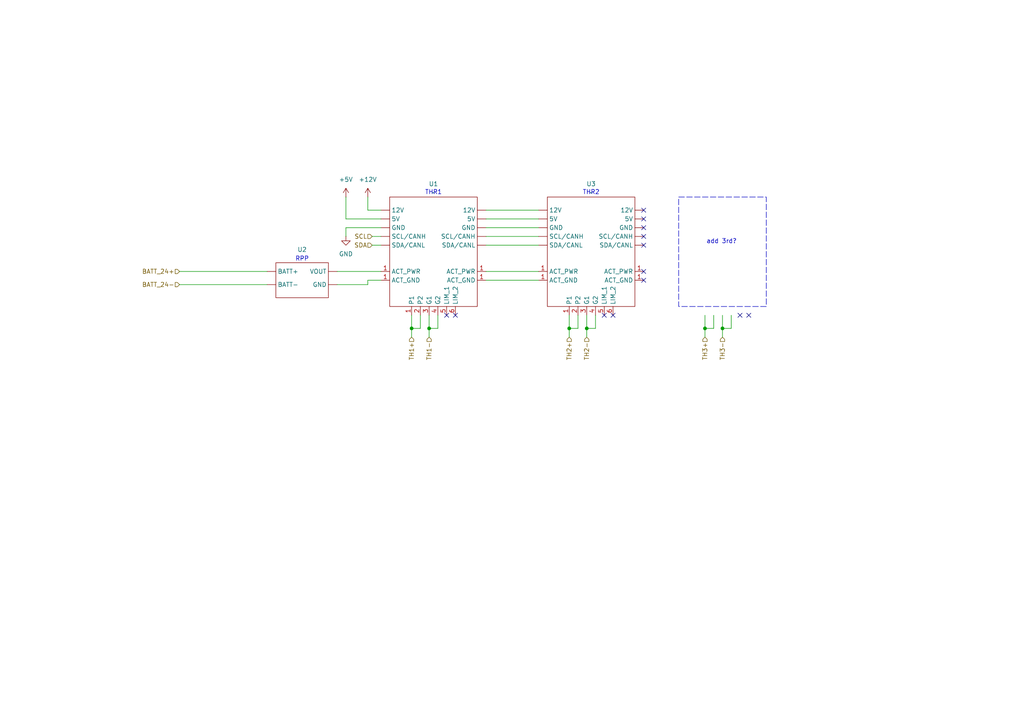
<source format=kicad_sch>
(kicad_sch (version 20231120) (generator "eeschema") (generator_version "8.0")
  (paper "A4")
  (lib_symbols
    (symbol "automedon:RLCS_RELAY"
      (property "Reference" "U" (at 0 0 0))
      (symbol "RLCS_RELAY_0_1"
        (rectangle (start -12.7 -1.27) (end 12.7 -33.02))
      )
      (symbol "RLCS_RELAY_1_1"
        (pin power_out line (at -15.24 -5.08 0) (length 2.54) (name "12V") (number ""))
        (pin power_out line (at 15.24 -5.08 180) (length 2.54) (name "12V") (number ""))
        (pin power_out line (at -15.24 -7.62 0) (length 2.54) (name "5V") (number ""))
        (pin power_out line (at 15.24 -7.62 180) (length 2.54) (name "5V") (number ""))
        (pin power_out line (at -15.24 -10.16 0) (length 2.54) (name "GND") (number ""))
        (pin power_out line (at 15.24 -10.16 180) (length 2.54) (name "GND") (number ""))
        (pin power_out line (at -15.24 -12.7 0) (length 2.54) (name "SCL/CANH") (number ""))
        (pin power_out line (at 15.24 -12.7 180) (length 2.54) (name "SCL/CANH") (number ""))
        (pin power_out line (at -15.24 -15.24 0) (length 2.54) (name "SDA/CANL") (number ""))
        (pin power_out line (at 15.24 -15.24 180) (length 2.54) (name "SDA/CANL") (number ""))
        (pin power_out line (at -15.24 -25.4 0) (length 2.54) (name "ACT_GND") (number "1"))
        (pin power_out line (at 15.24 -25.4 180) (length 2.54) (name "ACT_GND") (number "1"))
        (pin power_out line (at -15.24 -22.86 0) (length 2.54) (name "ACT_PWR") (number "1"))
        (pin power_out line (at 15.24 -22.86 180) (length 2.54) (name "ACT_PWR") (number "1"))
        (pin power_out line (at -6.35 -35.56 90) (length 2.54) (name "P1") (number "1"))
        (pin power_out line (at -3.81 -35.56 90) (length 2.54) (name "P2") (number "2"))
        (pin power_out line (at -1.27 -35.56 90) (length 2.54) (name "G1") (number "3"))
        (pin power_out line (at 1.27 -35.56 90) (length 2.54) (name "G2") (number "4"))
        (pin power_out line (at 3.81 -35.56 90) (length 2.54) (name "LIM_1") (number "5"))
        (pin power_out line (at 6.35 -35.56 90) (length 2.54) (name "LIM_2") (number "6"))
      )
    )
    (symbol "automedon:RPP"
      (property "Reference" "U" (at 0 0 0))
      (symbol "RPP_0_1"
        (rectangle (start -7.62 -2.54) (end 7.62 -12.7))
      )
      (symbol "RPP_1_1"
        (pin power_out line (at -10.16 -5.08 0) (length 2.54) (name "BATT+") (number ""))
        (pin power_out line (at -10.16 -8.89 0) (length 2.54) (name "BATT-") (number ""))
        (pin power_out line (at 10.16 -8.89 180) (length 2.54) (name "GND") (number ""))
        (pin power_out line (at 10.16 -5.08 180) (length 2.54) (name "VOUT") (number ""))
      )
    )
    (symbol "power:+12V" (power) (pin_numbers hide) (pin_names (offset 0) hide)
      (property "Value" "+12V" (at 0 3.556 0))
      (symbol "+12V_0_1"
        (polyline (pts (xy -0.762 1.27) (xy 0 2.54)))
        (polyline (pts (xy 0 0) (xy 0 2.54)))
        (polyline (pts (xy 0 2.54) (xy 0.762 1.27)))
      )
      (symbol "+12V_1_1"
        (pin power_in line (at 0 0 90) (length 0) (name "~") (number "1"))
      )
    )
    (symbol "power:+5V" (power) (pin_numbers hide) (pin_names (offset 0) hide)
      (property "Value" "+5V" (at 0 3.556 0))
      (symbol "+5V_0_1"
        (polyline (pts (xy -0.762 1.27) (xy 0 2.54)))
        (polyline (pts (xy 0 0) (xy 0 2.54)))
        (polyline (pts (xy 0 2.54) (xy 0.762 1.27)))
      )
      (symbol "+5V_1_1"
        (pin power_in line (at 0 0 90) (length 0) (name "~") (number "1"))
      )
    )
    (symbol "power:GND" (power) (pin_numbers hide) (pin_names (offset 0) hide)
      (property "Value" "GND" (at 0 -3.81 0))
      (symbol "GND_0_1"
        (polyline (pts (xy 0 0) (xy 0 -1.27) (xy 1.27 -1.27) (xy 0 -2.54) (xy -1.27 -1.27) (xy 0 -1.27)))
      )
      (symbol "GND_1_1"
        (pin power_in line (at 0 0 270) (length 0) (name "~") (number "1"))
      )
    )
  )
  (junction (at 165.1 95.25))
  (junction (at 119.38 95.25))
  (junction (at 204.47 95.25))
  (junction (at 209.55 95.25))
  (junction (at 124.46 95.25))
  (junction (at 170.18 95.25))
  (no_connect (at 214.63 91.44))
  (no_connect (at 175.26 91.44))
  (no_connect (at 132.08 91.44))
  (no_connect (at 186.69 60.96))
  (no_connect (at 186.69 78.74))
  (no_connect (at 217.17 91.44))
  (no_connect (at 129.54 91.44))
  (no_connect (at 186.69 71.12))
  (no_connect (at 186.69 66.04))
  (no_connect (at 186.69 81.28))
  (no_connect (at 186.69 63.5))
  (no_connect (at 186.69 68.58))
  (no_connect (at 177.8 91.44))
  (wire (pts (xy 204.47 95.25) (xy 204.47 97.79)))
  (wire (pts (xy 170.18 95.25) (xy 172.72 95.25)))
  (wire (pts (xy 204.47 91.44) (xy 204.47 95.25)))
  (wire (pts (xy 107.95 71.12) (xy 110.49 71.12)))
  (wire (pts (xy 140.97 68.58) (xy 156.21 68.58)))
  (wire (pts (xy 106.68 81.28) (xy 110.49 81.28)))
  (wire (pts (xy 124.46 95.25) (xy 124.46 97.79)))
  (wire (pts (xy 52.07 82.55) (xy 77.47 82.55)))
  (wire (pts (xy 110.49 66.04) (xy 100.33 66.04)))
  (wire (pts (xy 127 91.44) (xy 127 95.25)))
  (wire (pts (xy 97.79 78.74) (xy 110.49 78.74)))
  (wire (pts (xy 209.55 95.25) (xy 209.55 97.79)))
  (wire (pts (xy 204.47 95.25) (xy 207.01 95.25)))
  (wire (pts (xy 106.68 82.55) (xy 106.68 81.28)))
  (wire (pts (xy 212.09 91.44) (xy 212.09 95.25)))
  (wire (pts (xy 140.97 63.5) (xy 156.21 63.5)))
  (wire (pts (xy 119.38 91.44) (xy 119.38 95.25)))
  (wire (pts (xy 140.97 71.12) (xy 156.21 71.12)))
  (wire (pts (xy 172.72 91.44) (xy 172.72 95.25)))
  (wire (pts (xy 124.46 91.44) (xy 124.46 95.25)))
  (wire (pts (xy 170.18 95.25) (xy 170.18 97.79)))
  (wire (pts (xy 165.1 91.44) (xy 165.1 95.25)))
  (wire (pts (xy 209.55 91.44) (xy 209.55 95.25)))
  (wire (pts (xy 100.33 66.04) (xy 100.33 68.58)))
  (wire (pts (xy 119.38 95.25) (xy 121.92 95.25)))
  (wire (pts (xy 97.79 82.55) (xy 106.68 82.55)))
  (wire (pts (xy 165.1 95.25) (xy 165.1 97.79)))
  (wire (pts (xy 106.68 60.96) (xy 106.68 57.15)))
  (wire (pts (xy 119.38 95.25) (xy 119.38 97.79)))
  (wire (pts (xy 140.97 78.74) (xy 156.21 78.74)))
  (wire (pts (xy 167.64 91.44) (xy 167.64 95.25)))
  (wire (pts (xy 107.95 68.58) (xy 110.49 68.58)))
  (wire (pts (xy 140.97 66.04) (xy 156.21 66.04)))
  (wire (pts (xy 170.18 91.44) (xy 170.18 95.25)))
  (wire (pts (xy 121.92 91.44) (xy 121.92 95.25)))
  (wire (pts (xy 52.07 78.74) (xy 77.47 78.74)))
  (wire (pts (xy 165.1 95.25) (xy 167.64 95.25)))
  (wire (pts (xy 140.97 81.28) (xy 156.21 81.28)))
  (wire (pts (xy 110.49 63.5) (xy 100.33 63.5)))
  (wire (pts (xy 140.97 60.96) (xy 156.21 60.96)))
  (wire (pts (xy 209.55 95.25) (xy 212.09 95.25)))
  (wire (pts (xy 124.46 95.25) (xy 127 95.25)))
  (wire (pts (xy 110.49 60.96) (xy 106.68 60.96)))
  (wire (pts (xy 100.33 63.5) (xy 100.33 57.15)))
  (wire (pts (xy 207.01 91.44) (xy 207.01 95.25)))
  (rectangle (start 196.85 57.15) (end 222.25 88.9) (stroke (width 0) (type dash)))
  (text "add 3rd?\n" (at 209.296 70.104 0) (effects (font (size 1.27 1.27))))
  (text "RPP" (at 87.63 75.184 0) (effects (font (size 1.27 1.27))))
  (text "THR2" (at 171.45 55.88 0) (effects (font (size 1.27 1.27))))
  (text "THR1" (at 125.73 55.88 0) (effects (font (size 1.27 1.27))))
  (hierarchical_label "SCL" (shape input) (at 107.95 68.58 180))
  (hierarchical_label "TH3+" (shape input) (at 204.47 97.79 270))
  (hierarchical_label "TH3-" (shape input) (at 209.55 97.79 270))
  (hierarchical_label "TH1+" (shape input) (at 119.38 97.79 270))
  (hierarchical_label "BATT_24-" (shape input) (at 52.07 82.55 180))
  (hierarchical_label "TH1-" (shape input) (at 124.46 97.79 270))
  (hierarchical_label "TH2-" (shape input) (at 170.18 97.79 270))
  (hierarchical_label "TH2+" (shape input) (at 165.1 97.79 270))
  (hierarchical_label "BATT_24+" (shape input) (at 52.07 78.74 180))
  (hierarchical_label "SDA" (shape input) (at 107.95 71.12 180))
  (symbol (lib_id "power:+5V") (at 100.33 57.15 0) (unit 1)
    (property "Reference" "#PWR09" (effects (hide yes)))
    (property "Value" "+5V" (at 100.33 52.07 0))
    (property "Description" "Power symbol creates a global label with name \"+5V\"" (effects (hide yes)))
  )
  (symbol (lib_id "automedon:RLCS_RELAY") (at 125.73 55.88 0) (unit 1)
    (property "Reference" "U1" (at 125.73 53.34 0))
    (property "Value" "~" (at 125.73 55.88 0))
  )
  (symbol (lib_id "power:GND") (at 100.33 68.58 0) (unit 1)
    (property "Reference" "#PWR07" (effects (hide yes)))
    (property "Value" "GND" (at 100.33 73.66 0))
    (property "Description" "Power symbol creates a global label with name \"GND\" , ground" (effects (hide yes)))
  )
  (symbol (lib_id "automedon:RLCS_RELAY") (at 171.45 55.88 0) (unit 1)
    (property "Reference" "U3" (at 171.45 53.34 0))
    (property "Value" "~" (at 171.45 55.88 0))
  )
  (symbol (lib_id "automedon:RPP") (at 87.63 73.66 0) (unit 1)
    (property "Reference" "U2" (at 87.63 72.39 0))
    (property "Value" "~" (at 87.63 74.93 0))
  )
  (symbol (lib_id "power:+12V") (at 106.68 57.15 0) (unit 1)
    (property "Reference" "#PWR08" (effects (hide yes)))
    (property "Value" "+12V" (at 106.68 52.07 0))
    (property "Description" "Power symbol creates a global label with name \"+12V\"" (effects (hide yes)))
  )
)
</source>
